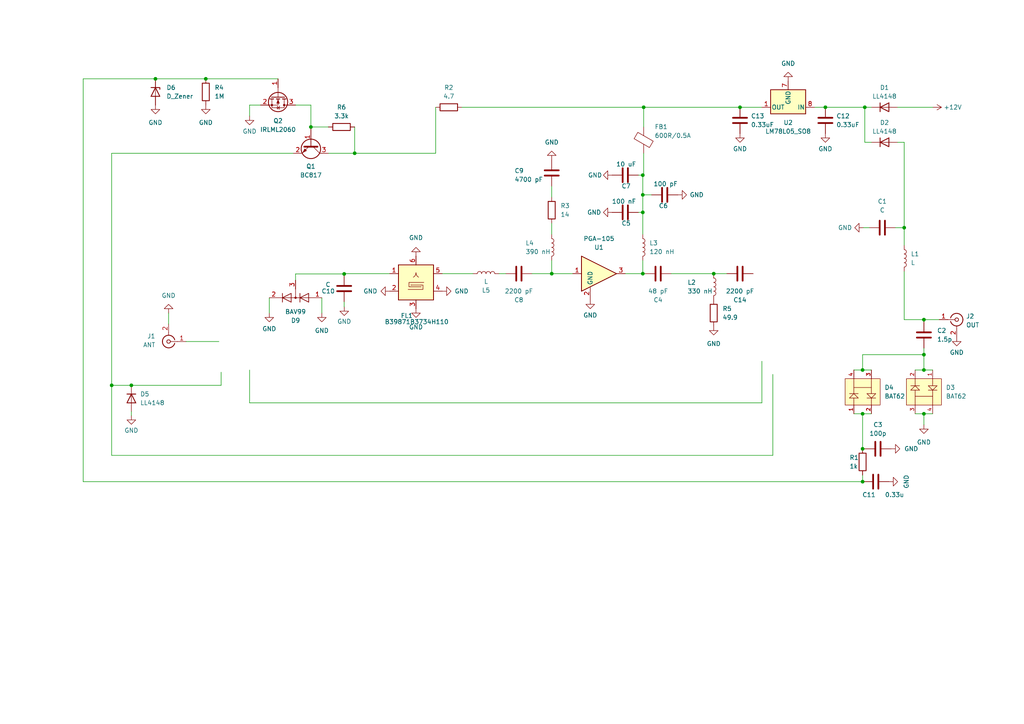
<source format=kicad_sch>
(kicad_sch (version 20230121) (generator eeschema)
  (paper "A4")
  (title_block (title "FLARM LNA AMPLIFIER"))
  (lib_symbols
    (symbol "Connector:Conn_Coaxial" (pin_names (offset 1.016) hide)
      (property "Reference" "J" (at 0.254 3.048 0))
      (property "Value" "Conn_Coaxial" (at 2.921 0 90))
      (symbol "Conn_Coaxial_0_1"
        (arc (start -1.778 -0.508) (mid 0.2311 -1.8066) (end 1.778 0) (stroke (width 0.254)))
        (polyline (pts (xy -2.54 0) (xy -0.508 0)))
        (polyline (pts (xy 0 -2.54) (xy 0 -1.778)))
        (circle (center 0 0) (radius 0.508) (stroke (width 0.2032)))
        (arc (start 1.778 0) (mid 0.2099 1.8101) (end -1.778 0.508) (stroke (width 0.254)))
      )
      (symbol "Conn_Coaxial_1_1"
        (pin passive line (at -5.08 0 0) (length 2.54) (name "In") (number "1"))
        (pin passive line (at 0 -5.08 90) (length 2.54) (name "Ext") (number "2"))
      )
    )
    (symbol "Device:C" (pin_numbers hide) (pin_names (offset 0.254))
      (property "Reference" "C" (at 0.635 2.54 0))
      (property "Value" "C" (at 0.635 -2.54 0))
      (symbol "C_0_1"
        (polyline (pts (xy -2.032 -0.762) (xy 2.032 -0.762)) (stroke (width 0.508)))
        (polyline (pts (xy -2.032 0.762) (xy 2.032 0.762)) (stroke (width 0.508)))
      )
      (symbol "C_1_1"
        (pin passive line (at 0 3.81 270) (length 2.794) (name "~") (number "1"))
        (pin passive line (at 0 -3.81 90) (length 2.794) (name "~") (number "2"))
      )
    )
    (symbol "Device:D_Zener" (pin_numbers hide) (pin_names (offset 1.016) hide)
      (property "Reference" "D" (at 0 2.54 0))
      (property "Value" "D_Zener" (at 0 -2.54 0))
      (symbol "D_Zener_0_1"
        (polyline (pts (xy 1.27 0) (xy -1.27 0)))
        (polyline (pts (xy -1.27 -1.27) (xy -1.27 1.27) (xy -0.762 1.27)) (stroke (width 0.254)))
        (polyline (pts (xy 1.27 -1.27) (xy 1.27 1.27) (xy -1.27 0) (xy 1.27 -1.27)) (stroke (width 0.254)))
      )
      (symbol "D_Zener_1_1"
        (pin passive line (at -3.81 0 0) (length 2.54) (name "K") (number "1"))
        (pin passive line (at 3.81 0 180) (length 2.54) (name "A") (number "2"))
      )
    )
    (symbol "Device:FerriteBead" (pin_numbers hide) (pin_names (offset 0))
      (property "Reference" "FB" (at -3.81 0.635 90))
      (property "Value" "FerriteBead" (at 3.81 0 90))
      (symbol "FerriteBead_0_1"
        (polyline (pts (xy 0 -1.27) (xy 0 -1.2192)))
        (polyline (pts (xy 0 1.27) (xy 0 1.2954)))
        (polyline (pts (xy -2.7686 0.4064) (xy -1.7018 2.2606) (xy 2.7686 -0.3048) (xy 1.6764 -2.159) (xy -2.7686 0.4064)))
      )
      (symbol "FerriteBead_1_1"
        (pin passive line (at 0 3.81 270) (length 2.54) (name "~") (number "1"))
        (pin passive line (at 0 -3.81 90) (length 2.54) (name "~") (number "2"))
      )
    )
    (symbol "Device:L" (pin_numbers hide) (pin_names (offset 1.016) hide)
      (property "Reference" "L" (at -1.27 0 90))
      (property "Value" "L" (at 1.905 0 90))
      (symbol "L_0_1"
        (arc (start 0 -2.54) (mid 0.6323 -1.905) (end 0 -1.27))
        (arc (start 0 -1.27) (mid 0.6323 -0.635) (end 0 0))
        (arc (start 0 0) (mid 0.6323 0.635) (end 0 1.27))
        (arc (start 0 1.27) (mid 0.6323 1.905) (end 0 2.54))
      )
      (symbol "L_1_1"
        (pin passive line (at 0 3.81 270) (length 1.27) (name "1") (number "1"))
        (pin passive line (at 0 -3.81 90) (length 1.27) (name "2") (number "2"))
      )
    )
    (symbol "Device:R" (pin_numbers hide) (pin_names (offset 0))
      (property "Reference" "R" (at 2.032 0 90))
      (property "Value" "R" (at 0 0 90))
      (symbol "R_0_1"
        (rectangle (start -1.016 -2.54) (end 1.016 2.54) (stroke (width 0.254)))
      )
      (symbol "R_1_1"
        (pin passive line (at 0 3.81 270) (length 1.27) (name "~") (number "1"))
        (pin passive line (at 0 -3.81 90) (length 1.27) (name "~") (number "2"))
      )
    )
    (symbol "Diode:BAV99" (pin_names hide)
      (property "Reference" "D" (at 0 5.08 0))
      (property "Value" "BAV99" (at 0 2.54 0))
      (symbol "BAV99_0_1"
        (polyline (pts (xy -5.08 0) (xy 5.08 0)))
      )
      (symbol "BAV99_1_1"
        (polyline (pts (xy 0 0) (xy 0 -2.54)))
        (polyline (pts (xy -1.27 -1.27) (xy -1.27 1.27) (xy -1.27 1.27)) (stroke (width 0.2032)))
        (polyline (pts (xy 3.81 1.27) (xy 3.81 -1.27) (xy 3.81 -1.27)) (stroke (width 0.2032)))
        (polyline (pts (xy -3.81 1.27) (xy -1.27 0) (xy -3.81 -1.27) (xy -3.81 1.27) (xy -3.81 1.27) (xy -3.81 1.27)) (stroke (width 0.2032)))
        (polyline (pts (xy 1.27 1.27) (xy 3.81 0) (xy 1.27 -1.27) (xy 1.27 1.27) (xy 1.27 1.27) (xy 1.27 1.27)) (stroke (width 0.2032)))
        (circle (center 0 0) (radius 0.254) (fill (type outline)))
        (pin passive line (at -7.62 0 0) (length 2.54) (name "K") (number "1"))
        (pin passive line (at 7.62 0 180) (length 2.54) (name "A") (number "2"))
        (pin passive line (at 0 -5.08 90) (length 2.54) (name "K") (number "3"))
      )
    )
    (symbol "Diode:LL4148" (pin_numbers hide) (pin_names hide)
      (property "Reference" "D" (at 0 2.54 0))
      (property "Value" "LL4148" (at 0 -2.54 0))
      (symbol "LL4148_0_1"
        (polyline (pts (xy -1.27 1.27) (xy -1.27 -1.27)) (stroke (width 0.254)))
        (polyline (pts (xy 1.27 0) (xy -1.27 0)))
        (polyline (pts (xy 1.27 1.27) (xy 1.27 -1.27) (xy -1.27 0) (xy 1.27 1.27)) (stroke (width 0.254)))
      )
      (symbol "LL4148_1_1"
        (pin passive line (at -3.81 0 0) (length 2.54) (name "K") (number "1"))
        (pin passive line (at 3.81 0 180) (length 2.54) (name "A") (number "2"))
      )
    )
    (symbol "My_Library:B39871B3734H110" (pin_names (offset 1.016))
      (property "Reference" "FL" (at 2.54 -6.35 0))
      (property "Value" "B39871B3734H110" (at 0 -15.24 0))
      (symbol "B39871B3734H110_0_1"
        (rectangle (start -5.08 5.08) (end 5.08 -5.08) (stroke (width 0.254)) (fill (type background)))
        (arc (start -0.762 1.524) (mid -0.1988 2.0511) (end 0 2.794))
        (polyline (pts (xy -1.524 -0.762) (xy -1.27 -0.762)))
        (polyline (pts (xy 1.524 -1.27) (xy -1.524 -1.27)))
        (polyline (pts (xy 1.524 -0.762) (xy -1.27 -0.762)))
        (polyline (pts (xy -1.524 -1.27) (xy -2.032 -1.27) (xy -2.032 0) (xy 2.286 0)))
        (polyline (pts (xy 1.524 -0.762) (xy 2.032 -0.762) (xy 2.032 -2.032) (xy -2.286 -2.032)))
        (arc (start 0 2.794) (mid 0.2065 2.0558) (end 0.762 1.524))
      )
      (symbol "B39871B3734H110_1_1"
        (pin passive line (at -7.62 2.54 0) (length 2.54) (name "~") (number "1"))
        (pin passive line (at -7.62 -2.54 0) (length 2.54) (name "~") (number "2"))
        (pin passive line (at 0 -7.62 90) (length 2.54) (name "") (number "3"))
        (pin passive line (at 7.62 -2.54 180) (length 2.54) (name "~") (number "4"))
        (pin passive line (at -7.62 -2.54 0) (length 2.54) hide (name "~") (number "5"))
        (pin passive line (at 7.62 2.54 180) (length 2.54) (name "~") (number "5"))
        (pin passive line (at 0 7.62 270) (length 2.54) (name "") (number "6"))
      )
    )
    (symbol "My_Library:BAT62" (pin_names (offset 1.016))
      (property "Reference" "D" (at 0 5.08 0))
      (property "Value" "BAT62" (at 0 7.62 0))
      (symbol "BAT62_1_1"
        (polyline (pts (xy 5.08 -5.08) (xy 7.112 -5.08)))
        (polyline (pts (xy 5.08 0) (xy 7.112 0)))
        (polyline (pts (xy 7.112 -6.35) (xy 7.112 -3.81)))
        (polyline (pts (xy 7.112 -5.08) (xy 8.382 -6.35)))
        (polyline (pts (xy 7.112 -5.08) (xy 8.382 -3.81)))
        (polyline (pts (xy 7.112 1.27) (xy 7.112 -1.27)))
        (polyline (pts (xy 8.382 -6.35) (xy 8.382 -3.81)))
        (polyline (pts (xy 8.382 -5.08) (xy 12.7 -5.08)))
        (polyline (pts (xy 8.382 0) (xy 7.112 -1.27)))
        (polyline (pts (xy 8.382 0) (xy 7.112 1.27)))
        (polyline (pts (xy 8.382 0) (xy 12.7 0)))
        (polyline (pts (xy 8.382 1.27) (xy 8.382 -1.27)))
        (polyline (pts (xy 10.16 0) (xy 10.16 -5.08)))
        (rectangle (start 5.08 2.54) (end 12.7 -7.62) (fill (type background)))
        (pin passive line (at 2.54 0 0) (length 2.54) (name "A1") (number "1"))
        (pin passive line (at 2.54 -5.08 0) (length 2.54) (name "A2") (number "2"))
        (pin passive line (at 15.24 -5.08 180) (length 2.54) (name "K") (number "3"))
        (pin passive line (at 15.24 0 180) (length 2.54) (name "K") (number "4"))
      )
    )
    (symbol "RF_Amplifier:PGA-105"
      (property "Reference" "U" (at -1.27 7.62 0))
      (property "Value" "PGA-105" (at 2.54 5.08 0))
      (symbol "PGA-105_0_1"
        (polyline (pts (xy 5.08 0) (xy -5.08 5.08) (xy -5.08 -5.08) (xy 5.08 0)) (stroke (width 0.254)) (fill (type background)))
      )
      (symbol "PGA-105_1_1"
        (pin input line (at -7.62 0 0) (length 2.54) (name "~") (number "1"))
        (pin power_in line (at -2.54 -7.62 90) (length 3.81) (name "GND") (number "2"))
        (pin output line (at 7.62 0 180) (length 2.54) (name "~") (number "3"))
      )
    )
    (symbol "Regulator_Linear:LM78L05_SO8" (pin_names (offset 0.254))
      (property "Reference" "U" (at -3.81 3.175 0))
      (property "Value" "LM78L05_SO8" (at 0 3.175 0))
      (symbol "LM78L05_SO8_0_1"
        (rectangle (start -5.08 1.905) (end 5.08 -5.08) (stroke (width 0.254)) (fill (type background)))
      )
      (symbol "LM78L05_SO8_1_1"
        (pin power_out line (at 7.62 0 180) (length 2.54) (name "OUT") (number "1"))
        (pin passive line (at 0 -7.62 90) (length 2.54) hide (name "GND") (number "2"))
        (pin passive line (at 0 -7.62 90) (length 2.54) hide (name "GND") (number "3"))
        (pin no_connect line (at -5.08 -2.54 0) (length 2.54) hide (name "NC") (number "4"))
        (pin no_connect line (at 5.08 -2.54 180) (length 2.54) hide (name "NC") (number "5"))
        (pin passive line (at 0 -7.62 90) (length 2.54) hide (name "GND") (number "6"))
        (pin power_in line (at 0 -7.62 90) (length 2.54) (name "GND") (number "7"))
        (pin power_in line (at -7.62 0 0) (length 2.54) (name "IN") (number "8"))
      )
    )
    (symbol "Transistor_BJT:BC817" (pin_names (offset 0) hide)
      (property "Reference" "Q" (at 5.08 1.905 0))
      (property "Value" "BC817" (at 5.08 0 0))
      (symbol "BC817_0_1"
        (polyline (pts (xy 0.635 0.635) (xy 2.54 2.54)))
        (polyline (pts (xy 0.635 -0.635) (xy 2.54 -2.54) (xy 2.54 -2.54)))
        (polyline (pts (xy 0.635 1.905) (xy 0.635 -1.905) (xy 0.635 -1.905)) (stroke (width 0.508)))
        (polyline (pts (xy 1.27 -1.778) (xy 1.778 -1.27) (xy 2.286 -2.286) (xy 1.27 -1.778) (xy 1.27 -1.778)) (fill (type outline)))
        (circle (center 1.27 0) (radius 2.8194) (stroke (width 0.254)))
      )
      (symbol "BC817_1_1"
        (pin input line (at -5.08 0 0) (length 5.715) (name "B") (number "1"))
        (pin passive line (at 2.54 -5.08 90) (length 2.54) (name "E") (number "2"))
        (pin passive line (at 2.54 5.08 270) (length 2.54) (name "C") (number "3"))
      )
    )
    (symbol "Transistor_FET:IRLML2060" (pin_names hide)
      (property "Reference" "Q" (at 5.08 1.905 0))
      (property "Value" "IRLML2060" (at 5.08 0 0))
      (symbol "IRLML2060_0_1"
        (polyline (pts (xy 0.254 0) (xy -2.54 0)))
        (polyline (pts (xy 0.254 1.905) (xy 0.254 -1.905)) (stroke (width 0.254)))
        (polyline (pts (xy 0.762 -1.27) (xy 0.762 -2.286)) (stroke (width 0.254)))
        (polyline (pts (xy 0.762 0.508) (xy 0.762 -0.508)) (stroke (width 0.254)))
        (polyline (pts (xy 0.762 2.286) (xy 0.762 1.27)) (stroke (width 0.254)))
        (polyline (pts (xy 2.54 2.54) (xy 2.54 1.778)))
        (polyline (pts (xy 2.54 -2.54) (xy 2.54 0) (xy 0.762 0)))
        (polyline (pts (xy 0.762 -1.778) (xy 3.302 -1.778) (xy 3.302 1.778) (xy 0.762 1.778)))
        (polyline (pts (xy 1.016 0) (xy 2.032 0.381) (xy 2.032 -0.381) (xy 1.016 0)) (fill (type outline)))
        (polyline (pts (xy 2.794 0.508) (xy 2.921 0.381) (xy 3.683 0.381) (xy 3.81 0.254)))
        (polyline (pts (xy 3.302 0.381) (xy 2.921 -0.254) (xy 3.683 -0.254) (xy 3.302 0.381)))
        (circle (center 1.651 0) (radius 2.794) (stroke (width 0.254)))
        (circle (center 2.54 -1.778) (radius 0.254) (fill (type outline)))
        (circle (center 2.54 1.778) (radius 0.254) (fill (type outline)))
      )
      (symbol "IRLML2060_1_1"
        (pin input line (at -5.08 0 0) (length 2.54) (name "G") (number "1"))
        (pin passive line (at 2.54 -5.08 90) (length 2.54) (name "S") (number "2"))
        (pin passive line (at 2.54 5.08 270) (length 2.54) (name "D") (number "3"))
      )
    )
    (symbol "power:+12V" (power) (pin_names (offset 0))
      (property "Value" "+12V" (at 0 3.556 0))
      (symbol "+12V_0_1"
        (polyline (pts (xy -0.762 1.27) (xy 0 2.54)))
        (polyline (pts (xy 0 0) (xy 0 2.54)))
        (polyline (pts (xy 0 2.54) (xy 0.762 1.27)))
      )
      (symbol "+12V_1_1"
        (pin power_in line (at 0 0 90) (length 0) hide (name "+12V") (number "1"))
      )
    )
    (symbol "power:GND" (power) (pin_names (offset 0))
      (property "Value" "GND" (at 0 -3.81 0))
      (symbol "GND_0_1"
        (polyline (pts (xy 0 0) (xy 0 -1.27) (xy 1.27 -1.27) (xy 0 -2.54) (xy -1.27 -1.27) (xy 0 -1.27)))
      )
      (symbol "GND_1_1"
        (pin power_in line (at 0 0 270) (length 0) hide (name "GND") (number "1"))
      )
    )
  )
  (junction (at 250.19 139.7))
  (junction (at 186.436 50.8))
  (junction (at 102.87 44.45))
  (junction (at 214.63 31.115))
  (junction (at 45.085 22.86))
  (junction (at 186.69 31.115))
  (junction (at 90.17 36.83))
  (junction (at 250.19 107.315))
  (junction (at 250.19 130.175))
  (junction (at 32.385 111.76))
  (junction (at 250.825 31.115))
  (junction (at 99.822 79.4512))
  (junction (at 267.97 107.315))
  (junction (at 186.436 61.595))
  (junction (at 186.436 56.515))
  (junction (at 267.97 92.71))
  (junction (at 59.69 22.86))
  (junction (at 262.255 66.04))
  (junction (at 186.436 79.375))
  (junction (at 267.97 120.015))
  (junction (at 207.01 79.375))
  (junction (at 38.1 111.76))
  (junction (at 239.395 31.115))
  (junction (at 160.02 79.375))
  (junction (at 267.97 102.87))
  (junction (at 250.19 120.015))
  (wire (pts (xy 32.385 111.76) (xy 32.385 132.08)))
  (wire (pts (xy 186.69 31.115) (xy 186.69 36.83)))
  (wire (pts (xy 59.69 22.86) (xy 45.085 22.86)))
  (wire (pts (xy 224.155 108.585) (xy 224.155 132.08)))
  (wire (pts (xy 267.97 100.965) (xy 267.97 102.87)))
  (wire (pts (xy 262.255 78.74) (xy 262.255 92.71)))
  (wire (pts (xy 250.19 120.015) (xy 252.73 120.015)))
  (wire (pts (xy 126.365 44.45) (xy 126.365 31.115)))
  (wire (pts (xy 247.65 107.315) (xy 250.19 107.315)))
  (wire (pts (xy 250.19 137.795) (xy 250.19 139.7)))
  (wire (pts (xy 186.69 44.45) (xy 186.69 50.8)))
  (wire (pts (xy 72.39 116.84) (xy 220.98 116.84)))
  (wire (pts (xy 85.09 44.45) (xy 32.385 44.45)))
  (wire (pts (xy 186.436 50.8) (xy 186.436 56.515)))
  (wire (pts (xy 239.395 31.115) (xy 250.825 31.115)))
  (wire (pts (xy 137.16 79.375) (xy 128.27 79.375)))
  (wire (pts (xy 154.305 79.375) (xy 160.02 79.375)))
  (wire (pts (xy 85.725 81.28) (xy 85.725 79.4512)))
  (wire (pts (xy 64.135 107.95) (xy 64.135 111.76)))
  (wire (pts (xy 267.97 120.015) (xy 270.51 120.015)))
  (wire (pts (xy 250.19 120.015) (xy 250.19 130.175)))
  (wire (pts (xy 267.97 120.015) (xy 267.97 123.19)))
  (wire (pts (xy 207.01 79.375) (xy 210.82 79.375)))
  (wire (pts (xy 250.825 41.275) (xy 250.825 31.115)))
  (wire (pts (xy 38.1 119.38) (xy 38.1 120.523)))
  (wire (pts (xy 99.8982 79.375) (xy 99.8982 79.4512)))
  (wire (pts (xy 80.645 22.86) (xy 59.69 22.86)))
  (wire (pts (xy 186.436 79.375) (xy 187.071 79.375)))
  (wire (pts (xy 186.436 61.595) (xy 186.436 67.945)))
  (wire (pts (xy 24.13 22.86) (xy 24.13 139.7)))
  (wire (pts (xy 99.822 87.503) (xy 99.822 88.9762)))
  (wire (pts (xy 267.97 92.71) (xy 272.415 92.71)))
  (wire (pts (xy 90.17 30.48) (xy 85.725 30.48)))
  (wire (pts (xy 32.385 44.45) (xy 32.385 111.76)))
  (wire (pts (xy 160.02 53.975) (xy 160.02 57.15)))
  (wire (pts (xy 90.17 36.83) (xy 95.25 36.83)))
  (wire (pts (xy 250.444 66.04) (xy 252.095 66.04)))
  (wire (pts (xy 45.085 22.86) (xy 24.13 22.86)))
  (wire (pts (xy 133.985 31.115) (xy 186.69 31.115)))
  (wire (pts (xy 48.895 93.98) (xy 48.895 90.805)))
  (wire (pts (xy 72.39 30.48) (xy 72.39 33.655)))
  (wire (pts (xy 260.35 31.115) (xy 270.51 31.115)))
  (wire (pts (xy 99.822 79.4512) (xy 85.725 79.4512)))
  (wire (pts (xy 185.166 50.8) (xy 186.436 50.8)))
  (wire (pts (xy 250.825 31.115) (xy 252.73 31.115)))
  (wire (pts (xy 113.03 79.375) (xy 99.8982 79.375)))
  (wire (pts (xy 239.395 31.115) (xy 236.22 31.115)))
  (wire (pts (xy 186.436 56.515) (xy 186.436 61.595)))
  (wire (pts (xy 262.255 66.04) (xy 262.255 71.12)))
  (wire (pts (xy 252.73 41.275) (xy 250.825 41.275)))
  (wire (pts (xy 207.01 79.375) (xy 194.691 79.375)))
  (wire (pts (xy 72.39 107.315) (xy 72.39 116.84)))
  (wire (pts (xy 38.1 111.76) (xy 64.135 111.76)))
  (wire (pts (xy 262.255 92.71) (xy 267.97 92.71)))
  (wire (pts (xy 93.345 86.36) (xy 93.345 90.805)))
  (wire (pts (xy 262.255 66.04) (xy 262.255 41.275)))
  (wire (pts (xy 247.65 120.015) (xy 250.19 120.015)))
  (wire (pts (xy 250.19 130.175) (xy 250.825 130.175)))
  (wire (pts (xy 214.63 31.115) (xy 220.98 31.115)))
  (wire (pts (xy 102.87 36.83) (xy 102.87 44.45)))
  (wire (pts (xy 186.436 56.515) (xy 188.976 56.515)))
  (wire (pts (xy 32.385 111.76) (xy 38.1 111.76)))
  (wire (pts (xy 90.17 30.48) (xy 90.17 36.83)))
  (wire (pts (xy 262.255 41.275) (xy 260.35 41.275)))
  (wire (pts (xy 160.02 79.375) (xy 166.116 79.375)))
  (wire (pts (xy 99.822 79.883) (xy 99.822 79.4512)))
  (wire (pts (xy 267.97 102.87) (xy 267.97 107.315)))
  (wire (pts (xy 72.39 30.48) (xy 75.565 30.48)))
  (wire (pts (xy 99.8982 79.4512) (xy 99.822 79.4512)))
  (wire (pts (xy 267.97 107.315) (xy 270.51 107.315)))
  (wire (pts (xy 24.13 139.7) (xy 250.19 139.7)))
  (wire (pts (xy 99.822 88.9762) (xy 99.8474 88.9762)))
  (wire (pts (xy 220.98 104.775) (xy 220.98 116.84)))
  (wire (pts (xy 144.78 79.375) (xy 146.685 79.375)))
  (wire (pts (xy 250.19 107.315) (xy 252.73 107.315)))
  (wire (pts (xy 181.356 79.375) (xy 186.436 79.375)))
  (wire (pts (xy 160.02 64.77) (xy 160.02 67.945)))
  (wire (pts (xy 102.87 44.45) (xy 126.365 44.45)))
  (wire (pts (xy 78.105 86.36) (xy 78.105 90.805)))
  (wire (pts (xy 250.19 102.87) (xy 267.97 102.87)))
  (wire (pts (xy 259.715 66.04) (xy 262.255 66.04)))
  (wire (pts (xy 186.69 50.8) (xy 186.436 50.8)))
  (wire (pts (xy 265.43 120.015) (xy 267.97 120.015)))
  (wire (pts (xy 267.97 107.315) (xy 265.43 107.315)))
  (wire (pts (xy 267.97 93.345) (xy 267.97 92.71)))
  (wire (pts (xy 186.69 31.115) (xy 214.63 31.115)))
  (wire (pts (xy 32.385 132.08) (xy 224.155 132.08)))
  (wire (pts (xy 185.166 61.595) (xy 186.436 61.595)))
  (wire (pts (xy 160.02 75.565) (xy 160.02 79.375)))
  (wire (pts (xy 53.975 99.06) (xy 63.5 99.06)))
  (wire (pts (xy 250.19 107.315) (xy 250.19 102.87)))
  (wire (pts (xy 186.436 75.565) (xy 186.436 79.375)))
  (wire (pts (xy 95.25 44.45) (xy 102.87 44.45)))
  (symbol (lib_id "Device:L") (at 140.97 79.375 90) (unit 1)
    (property "Reference" "L5" (at 140.97 84.201 90))
    (property "Value" "L" (at 140.97 81.661 90))
  )
  (symbol (lib_id "Device:L") (at 207.01 83.185 0) (unit 1)
    (property "Reference" "L2" (at 199.39 81.915 0) (effects (justify left)))
    (property "Value" "330 nH" (at 199.39 84.455 0) (effects (justify left)))
  )
  (symbol (lib_id "Device:R") (at 99.06 36.83 270) (unit 1)
    (property "Reference" "R6" (at 99.06 31.115 90))
    (property "Value" "3.3k" (at 99.06 33.655 90))
  )
  (symbol (lib_id "Connector:Conn_Coaxial") (at 48.895 99.06 180) (unit 1)
    (property "Reference" "J1" (at 45.085 97.4968 0) (effects (justify left)))
    (property "Value" "ANT" (at 45.085 100.0368 0) (effects (justify left)))
    (property "Datasheet" " ~" (effects hide))
  )
  (symbol (lib_id "Transistor_FET:IRLML2060") (at 80.645 27.94 270) (unit 1)
    (property "Reference" "Q2" (at 80.645 35.052 90))
    (property "Value" "IRLML2060" (at 80.645 37.592 90))
    (property "Footprint" "Package_TO_SOT_SMD:SOT-23" (effects hide))
    (property "Datasheet" "https://www.infineon.com/dgdl/irlml2060pbf.pdf?fileId=5546d462533600a401535664b7fb25ee" (effects hide))
  )
  (symbol (lib_id "Regulator_Linear:LM78L05_SO8") (at 228.6 31.115 180) (unit 1)
    (property "Reference" "U2" (at 228.6 35.56 0))
    (property "Value" "LM78L05_SO8" (at 228.6 38.1 0))
    (property "Footprint" "Package_SO:SOIC-8_3.9x4.9mm_P1.27mm" (effects hide))
    (property "Datasheet" "https://www.onsemi.com/pub/Collateral/MC78L06A-D.pdf" (effects hide))
  )
  (symbol (lib_id "Device:FerriteBead") (at 186.69 40.64 0) (unit 1)
    (property "Reference" "FB1" (at 189.865 36.7792 0) (effects (justify left)))
    (property "Value" "600R/0.5A" (at 189.865 39.3192 0) (effects (justify left)))
  )
  (symbol (lib_id "Device:C") (at 99.822 83.693 180) (unit 1)
    (property "Reference" "C10" (at 97.155 84.455 0) (effects (justify left)))
    (property "Value" "C" (at 95.885 82.55 0) (effects (justify left)))
  )
  (symbol (lib_id "power:GND") (at 128.27 84.455 90) (unit 1)
    (property "Reference" "#PWR016" (effects hide))
    (property "Value" "GND" (at 131.826 84.455 90) (effects (justify right)))
  )
  (symbol (lib_id "power:GND") (at 258.445 130.175 90) (unit 1)
    (property "Reference" "#PWR03" (effects hide))
    (property "Value" "GND" (at 262.255 130.175 90) (effects (justify right)))
  )
  (symbol (lib_id "power:GND") (at 78.105 90.805 0) (unit 1)
    (property "Reference" "#PWR018" (effects hide))
    (property "Value" "GND" (at 78.105 95.377 0))
  )
  (symbol (lib_id "power:GND") (at 214.63 38.735 0) (unit 1)
    (property "Reference" "#PWR021" (effects hide))
    (property "Value" "GND" (at 214.63 43.18 0))
  )
  (symbol (lib_id "Diode:BAV99") (at 85.725 86.36 180) (unit 1)
    (property "Reference" "D9" (at 85.725 92.964 0))
    (property "Value" "BAV99" (at 85.725 90.424 0))
    (property "Footprint" "Package_TO_SOT_SMD:SOT-23" (effects hide))
    (property "Datasheet" "https://assets.nexperia.com/documents/data-sheet/BAV99_SER.pdf" (effects hide))
  )
  (symbol (lib_id "power:GND") (at 257.81 139.7 90) (unit 1)
    (property "Reference" "#PWR04" (effects hide))
    (property "Value" "GND" (at 262.89 139.7 0))
  )
  (symbol (lib_id "Connector:Conn_Coaxial") (at 277.495 92.71 0) (unit 1)
    (property "Reference" "J2" (at 280.1874 91.7332 0) (effects (justify left)))
    (property "Value" "OUT" (at 280.1874 94.2732 0) (effects (justify left)))
    (property "Datasheet" " ~" (effects hide))
  )
  (symbol (lib_id "Diode:LL4148") (at 256.54 31.115 0) (unit 1)
    (property "Reference" "D1" (at 256.54 25.4 0))
    (property "Value" "LL4148" (at 256.54 27.94 0))
    (property "Footprint" "Diode_SMD:D_MiniMELF" (effects hide))
    (property "Datasheet" "http://www.vishay.com/docs/85557/ll4148.pdf" (effects hide))
    (property "Sim.Device" "D" (effects hide))
    (property "Sim.Pins" "1=K 2=A" (effects hide))
  )
  (symbol (lib_id "Device:R") (at 160.02 60.96 0) (unit 1)
    (property "Reference" "R3" (at 162.56 59.69 0) (effects (justify left)))
    (property "Value" "14" (at 162.56 62.23 0) (effects (justify left)))
  )
  (symbol (lib_id "Device:L") (at 186.436 71.755 0) (unit 1)
    (property "Reference" "L3" (at 188.341 70.485 0) (effects (justify left)))
    (property "Value" "120 nH" (at 188.341 73.025 0) (effects (justify left)))
  )
  (symbol (lib_id "Device:C") (at 239.395 34.925 0) (unit 1)
    (property "Reference" "C12" (at 242.57 33.655 0) (effects (justify left)))
    (property "Value" "0.33uF" (at 242.57 36.195 0) (effects (justify left)))
  )
  (symbol (lib_id "power:GND") (at 196.596 56.515 90) (unit 1)
    (property "Reference" "#PWR09" (effects hide))
    (property "Value" "GND" (at 200.025 56.515 90) (effects (justify right)))
  )
  (symbol (lib_id "Device:L") (at 160.02 71.755 0) (unit 1)
    (property "Reference" "L4" (at 152.4 70.485 0) (effects (justify left)))
    (property "Value" "390 nH" (at 152.4 73.025 0) (effects (justify left)))
  )
  (symbol (lib_id "Device:C") (at 267.97 97.155 0) (unit 1)
    (property "Reference" "C2" (at 271.78 95.885 0) (effects (justify left)))
    (property "Value" "1.5p" (at 271.78 98.425 0) (effects (justify left)))
  )
  (symbol (lib_id "Device:R") (at 250.19 133.985 0) (unit 1)
    (property "Reference" "R1" (at 246.38 132.715 0) (effects (justify left)))
    (property "Value" "1k" (at 246.38 135.255 0) (effects (justify left)))
  )
  (symbol (lib_id "Device:C") (at 214.63 34.925 0) (unit 1)
    (property "Reference" "C13" (at 217.805 33.655 0) (effects (justify left)))
    (property "Value" "0.33uF" (at 217.805 36.195 0) (effects (justify left)))
  )
  (symbol (lib_id "Device:C") (at 190.881 79.375 270) (unit 1)
    (property "Reference" "C4" (at 190.881 86.995 90))
    (property "Value" "48 pF" (at 190.881 84.455 90))
  )
  (symbol (lib_id "Diode:LL4148") (at 38.1 115.57 270) (unit 1)
    (property "Reference" "D5" (at 40.64 114.3 90) (effects (justify left)))
    (property "Value" "LL4148" (at 40.64 116.84 90) (effects (justify left)))
    (property "Footprint" "Diode_SMD:D_MiniMELF" (effects hide))
    (property "Datasheet" "http://www.vishay.com/docs/85557/ll4148.pdf" (effects hide))
    (property "Sim.Device" "D" (effects hide))
    (property "Sim.Pins" "1=K 2=A" (effects hide))
  )
  (symbol (lib_id "My_Library:BAT62") (at 270.51 104.775 270) (unit 1)
    (property "Reference" "D3" (at 274.32 112.395 90) (effects (justify left)))
    (property "Value" "BAT62" (at 274.32 114.935 90) (effects (justify left)))
    (property "Footprint" "Infineon-BAT62-*" (effects hide))
    (property "Datasheet" "http://www.infineon.com/dgdl/bat62series.pdf?folderId=db3a304314dca389011518104e5d0df2&fileId=db3a304314dca3890115181141bf0df3&location=en.Products.RF.RF_Mixer___Detector_Schottky_Diodes.DATASHEET.bat62series.pdf" (effects hide))
    (property "Component Link 1 Description" "Manufacturer URL" (effects hide))
    (property "Component Link 1 URL" "http://www.infineon.com/" (effects hide))
    (property "Component Link 3 Description" "Package Specification" (effects hide))
    (property "Component Link 3 URL" "http://www.infineon.com/dgdl/SOT143-Package_Overview.pdf?folderId=db3a30431936bc4b011952ce8b1b3bed&fileId=db3a30431936bc4b011952df42203c0c" (effects hide))
    (property "Green" "true" (effects hide))
    (property "Mounting Technology" "Surface Mount" (effects hide))
    (property "Package Description" "4-Pin Small Outline Transistor Package, 1.3 x 2.9 mm Body" (effects hide))
    (property "category" "Diode" (effects hide))
    (property "ciiva ids" "2561611" (effects hide))
    (property "library id" "b4824176e1518184" (effects hide))
    (property "manufacturer" "Infineon" (effects hide))
    (property "package" "SOT143" (effects hide))
    (property "release date" "1409251986" (effects hide))
    (property "vault revision" "A00D0209-1798-41CC-B62B-B1DCE15C1137" (effects hide))
    (property "imported" "yes" (effects hide))
  )
  (symbol (lib_id "power:GND") (at 120.65 89.535 0) (unit 1)
    (property "Reference" "#PWR015" (effects hide))
    (property "Value" "GND" (at 120.65 94.869 0))
  )
  (symbol (lib_id "power:GND") (at 38.1 120.523 0) (unit 1)
    (property "Reference" "#PWR010" (effects hide))
    (property "Value" "GND" (at 38.1 124.841 0))
  )
  (symbol (lib_id "Device:C") (at 150.495 79.375 270) (unit 1)
    (property "Reference" "C8" (at 150.495 86.995 90))
    (property "Value" "2200 pF" (at 150.495 84.455 90))
  )
  (symbol (lib_id "power:GND") (at 207.01 94.615 0) (unit 1)
    (property "Reference" "#PWR027" (effects hide))
    (property "Value" "GND" (at 207.01 99.695 0))
  )
  (symbol (lib_id "Device:C") (at 254 139.7 90) (unit 1)
    (property "Reference" "C11" (at 254 143.51 90) (effects (justify left)))
    (property "Value" "0.33u" (at 262.255 143.51 90) (effects (justify left)))
  )
  (symbol (lib_id "My_Library:B39871B3734H110") (at 120.65 81.915 0) (unit 1)
    (property "Reference" "FL1" (at 119.7611 91.567 0) (effects (justify right)))
    (property "Value" "B39871B3734H110" (at 130.175 93.345 0) (effects (justify right)))
    (property "Footprint" "Filter:Filter_1109-5_1.1x0.9mm" (effects hide))
    (property "Datasheet" "https://www.mouser.dk/datasheet/2/842/tdkc_s_a0001073246_1-2295481.pdf" (effects hide))
  )
  (symbol (lib_id "Device:R") (at 207.01 90.805 0) (unit 1)
    (property "Reference" "R5" (at 209.55 89.535 0) (effects (justify left)))
    (property "Value" "49.9" (at 209.55 92.075 0) (effects (justify left)))
  )
  (symbol (lib_id "Device:L") (at 262.255 74.93 0) (unit 1)
    (property "Reference" "L1" (at 264.16 73.66 0) (effects (justify left)))
    (property "Value" "L" (at 264.16 76.2 0) (effects (justify left)))
  )
  (symbol (lib_id "power:GND") (at 93.345 90.805 0) (unit 1)
    (property "Reference" "#PWR019" (effects hide))
    (property "Value" "GND" (at 93.345 95.885 0))
  )
  (symbol (lib_id "power:GND") (at 113.03 84.455 270) (unit 1)
    (property "Reference" "#PWR014" (effects hide))
    (property "Value" "GND" (at 109.474 84.455 90) (effects (justify right)))
  )
  (symbol (lib_id "Device:C") (at 255.905 66.04 270) (unit 1)
    (property "Reference" "C1" (at 255.905 58.42 90))
    (property "Value" "C" (at 255.905 60.96 90))
  )
  (symbol (lib_id "power:GND") (at 45.085 30.48 0) (unit 1)
    (property "Reference" "#PWR025" (effects hide))
    (property "Value" "GND" (at 45.085 35.56 0))
  )
  (symbol (lib_id "Device:C") (at 214.63 79.375 270) (unit 1)
    (property "Reference" "C14" (at 214.63 86.995 90))
    (property "Value" "2200 pF" (at 214.63 84.455 90))
  )
  (symbol (lib_id "power:GND") (at 250.444 66.04 270) (unit 1)
    (property "Reference" "#PWR022" (effects hide))
    (property "Value" "GND" (at 247.142 66.04 90) (effects (justify right)))
  )
  (symbol (lib_id "power:+12V") (at 270.51 31.115 270) (unit 1)
    (property "Reference" "#PWR01" (effects hide))
    (property "Value" "+12V" (at 273.685 31.115 90) (effects (justify left)))
  )
  (symbol (lib_id "power:GND") (at 120.65 74.295 180) (unit 1)
    (property "Reference" "#PWR017" (effects hide))
    (property "Value" "GND" (at 120.65 68.961 0))
  )
  (symbol (lib_id "RF_Amplifier:PGA-105") (at 173.736 79.375 0) (unit 1)
    (property "Reference" "U1" (at 173.736 71.755 0))
    (property "Value" "PGA-105" (at 173.736 69.215 0))
    (property "Footprint" "Package_TO_SOT_SMD:SOT-89-3" (effects hide))
    (property "Datasheet" "https://www.minicircuits.com/pdfs/PGA-105+.pdf" (effects hide))
  )
  (symbol (lib_id "power:GND") (at 239.395 38.735 0) (unit 1)
    (property "Reference" "#PWR05" (effects hide))
    (property "Value" "GND" (at 239.395 43.18 0))
  )
  (symbol (lib_id "Device:C") (at 181.356 50.8 90) (unit 1)
    (property "Reference" "C7" (at 181.61 53.975 90))
    (property "Value" "10 uF" (at 181.61 47.625 90))
  )
  (symbol (lib_id "Device:R") (at 130.175 31.115 90) (unit 1)
    (property "Reference" "R2" (at 130.175 25.4 90))
    (property "Value" "4.7" (at 130.175 27.94 90))
  )
  (symbol (lib_id "power:GND") (at 177.546 61.595 270) (unit 1)
    (property "Reference" "#PWR07" (effects hide))
    (property "Value" "GND" (at 174.371 61.595 90) (effects (justify right)))
  )
  (symbol (lib_id "Device:C") (at 160.02 50.165 0) (unit 1)
    (property "Reference" "C9" (at 149.225 49.53 0) (effects (justify left)))
    (property "Value" "4700 pF" (at 149.225 52.07 0) (effects (justify left)))
  )
  (symbol (lib_id "Device:R") (at 59.69 26.67 0) (unit 1)
    (property "Reference" "R4" (at 62.23 25.4 0) (effects (justify left)))
    (property "Value" "1M" (at 62.23 27.94 0) (effects (justify left)))
  )
  (symbol (lib_id "Diode:LL4148") (at 256.54 41.275 0) (unit 1)
    (property "Reference" "D2" (at 256.54 35.56 0))
    (property "Value" "LL4148" (at 256.54 38.1 0))
    (property "Footprint" "Diode_SMD:D_MiniMELF" (effects hide))
    (property "Datasheet" "http://www.vishay.com/docs/85557/ll4148.pdf" (effects hide))
    (property "Sim.Device" "D" (effects hide))
    (property "Sim.Pins" "1=K 2=A" (effects hide))
  )
  (symbol (lib_id "Device:D_Zener") (at 45.085 26.67 270) (unit 1)
    (property "Reference" "D6" (at 48.26 25.4 90) (effects (justify left)))
    (property "Value" "D_Zener" (at 48.26 27.94 90) (effects (justify left)))
  )
  (symbol (lib_id "power:GND") (at 277.495 97.79 0) (unit 1)
    (property "Reference" "#PWR013" (effects hide))
    (property "Value" "GND" (at 277.495 102.235 0))
  )
  (symbol (lib_id "power:GND") (at 48.895 90.805 180) (unit 1)
    (property "Reference" "#PWR012" (effects hide))
    (property "Value" "GND" (at 48.895 85.725 0))
  )
  (symbol (lib_id "Transistor_BJT:BC817") (at 90.17 41.91 270) (unit 1)
    (property "Reference" "Q1" (at 90.17 48.26 90))
    (property "Value" "BC817" (at 90.17 50.8 90))
    (property "Footprint" "Package_TO_SOT_SMD:SOT-23" (effects hide))
    (property "Datasheet" "https://www.onsemi.com/pub/Collateral/BC818-D.pdf" (effects hide))
  )
  (symbol (lib_id "Device:C") (at 192.786 56.515 90) (unit 1)
    (property "Reference" "C6" (at 192.405 59.69 90))
    (property "Value" "100 pF" (at 193.04 53.34 90))
  )
  (symbol (lib_id "Device:C") (at 254.635 130.175 90) (unit 1)
    (property "Reference" "C3" (at 254.635 123.19 90))
    (property "Value" "100p" (at 254.635 125.73 90))
  )
  (symbol (lib_id "power:GND") (at 171.196 86.995 0) (unit 1)
    (property "Reference" "#PWR06" (effects hide))
    (property "Value" "GND" (at 171.196 91.44 0))
  )
  (symbol (lib_id "My_Library:BAT62") (at 247.65 122.555 90) (unit 1)
    (property "Reference" "D4" (at 256.54 112.395 90) (effects (justify right)))
    (property "Value" "BAT62" (at 256.54 114.935 90) (effects (justify right)))
    (property "Footprint" "Infineon-BAT62-*" (effects hide))
    (property "Datasheet" "http://www.infineon.com/dgdl/bat62series.pdf?folderId=db3a304314dca389011518104e5d0df2&fileId=db3a304314dca3890115181141bf0df3&location=en.Products.RF.RF_Mixer___Detector_Schottky_Diodes.DATASHEET.bat62series.pdf" (effects hide))
    (property "Component Link 1 Description" "Manufacturer URL" (effects hide))
    (property "Component Link 1 URL" "http://www.infineon.com/" (effects hide))
    (property "Component Link 3 Description" "Package Specification" (effects hide))
    (property "Component Link 3 URL" "http://www.infineon.com/dgdl/SOT143-Package_Overview.pdf?folderId=db3a30431936bc4b011952ce8b1b3bed&fileId=db3a30431936bc4b011952df42203c0c" (effects hide))
    (property "Green" "true" (effects hide))
    (property "Mounting Technology" "Surface Mount" (effects hide))
    (property "Package Description" "4-Pin Small Outline Transistor Package, 1.3 x 2.9 mm Body" (effects hide))
    (property "category" "Diode" (effects hide))
    (property "ciiva ids" "2561611" (effects hide))
    (property "library id" "b4824176e1518184" (effects hide))
    (property "manufacturer" "Infineon" (effects hide))
    (property "package" "SOT143" (effects hide))
    (property "release date" "1409251986" (effects hide))
    (property "vault revision" "A00D0209-1798-41CC-B62B-B1DCE15C1137" (effects hide))
    (property "imported" "yes" (effects hide))
  )
  (symbol (lib_id "Device:C") (at 181.356 61.595 90) (unit 1)
    (property "Reference" "C5" (at 181.61 64.77 90))
    (property "Value" "100 nF" (at 180.975 58.42 90))
  )
  (symbol (lib_id "power:GND") (at 160.02 46.355 180) (unit 1)
    (property "Reference" "#PWR011" (effects hide))
    (property "Value" "GND" (at 160.02 41.275 0))
  )
  (symbol (lib_id "power:GND") (at 72.39 33.655 0) (unit 1)
    (property "Reference" "#PWR023" (effects hide))
    (property "Value" "GND" (at 72.39 38.1 0))
  )
  (symbol (lib_id "power:GND") (at 267.97 123.19 0) (unit 1)
    (property "Reference" "#PWR02" (effects hide))
    (property "Value" "GND" (at 267.97 128.27 0))
  )
  (symbol (lib_id "power:GND") (at 99.8474 88.9762 0) (unit 1)
    (property "Reference" "#PWR020" (effects hide))
    (property "Value" "GND" (at 99.8474 93.2434 0))
  )
  (symbol (lib_id "power:GND") (at 177.546 50.8 270) (unit 1)
    (property "Reference" "#PWR08" (effects hide))
    (property "Value" "GND" (at 174.625 50.8 90) (effects (justify right)))
  )
  (symbol (lib_id "power:GND") (at 228.6 23.495 180) (unit 1)
    (property "Reference" "#PWR026" (effects hide))
    (property "Value" "GND" (at 228.6 18.415 0))
  )
  (symbol (lib_id "power:GND") (at 59.69 30.48 0) (unit 1)
    (property "Reference" "#PWR024" (effects hide))
    (property "Value" "GND" (at 59.69 35.56 0))
  )
)
</source>
